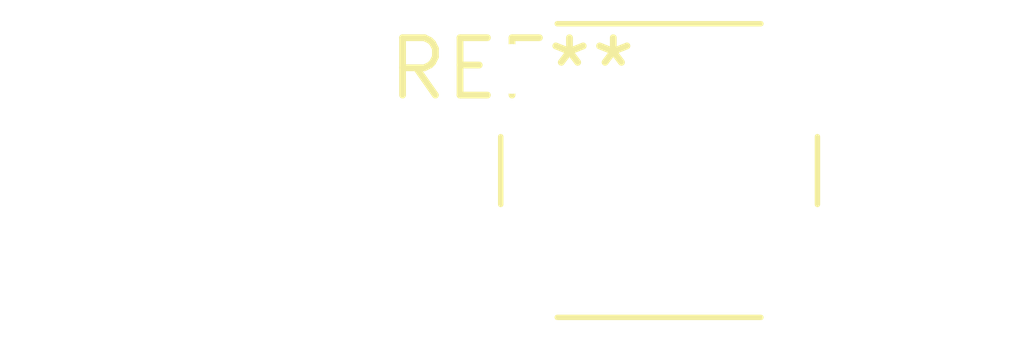
<source format=kicad_pcb>
(kicad_pcb (version 20240108) (generator pcbnew)
  (layers (0 "F.Cu" signal) (31 "B.Cu" signal) (34 "B.Paste" user) (35 "F.Paste" user) (36 "B.SilkS" user "B.Silkscreen") (37 "F.SilkS" user "F.Silkscreen") (38 "B.Mask" user) (39 "F.Mask" user) (44 "Edge.Cuts" user))
  (net 0 "")
  (footprint "SW_PUSH_6mm_H13mm" (layer "F.Cu") (at 0 0)
    (property "Reference" "REF**")
    (property "Value" "SW_PUSH_6mm_H13mm")
    (fp_line (start -0.25 1.5) (end -0.25 3) (layer "F.SilkS") (stroke (width 0.12)))
    (fp_line (start 1 5.5) (end 5.5 5.5) (layer "F.SilkS") (stroke (width 0.12)))
    (fp_line (start 5.5 -1) (end 1 -1) (layer "F.SilkS") (stroke (width 0.12)))
    (fp_line (start 6.75 3) (end 6.75 1.5) (layer "F.SilkS") (stroke (width 0.12)))
    (pad "1" thru_hole circle (at 0 0 90) (size 2 2) (drill 1.1) (layers *.Cu *.Mask) (remove_unused_layers))
    (pad "1" thru_hole circle (at 6.5 0 90) (size 2 2) (drill 1.1) (layers *.Cu *.Mask) (remove_unused_layers))
    (pad "2" thru_hole circle (at 0 4.5 90) (size 2 2) (drill 1.1) (layers *.Cu *.Mask) (remove_unused_layers))
    (pad "2" thru_hole circle (at 6.5 4.5 90) (size 2 2) (drill 1.1) (layers *.Cu *.Mask) (remove_unused_layers))
  )
)
</source>
